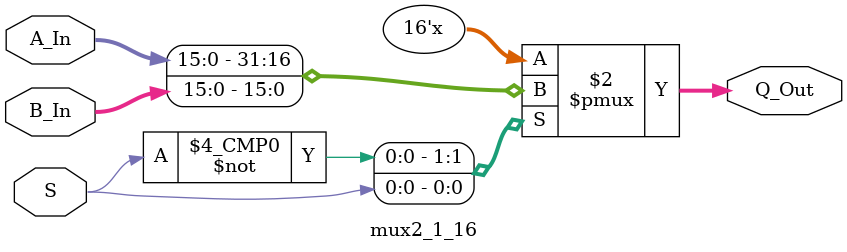
<source format=sv>
module mux2_1_16	(	input				S,
						input					[15:0] A_In,
						input 				[15:0] B_In,
						output logic		[15:0] Q_Out);
						
		// 16 bit parallel multiplexer implemented using case statement
		always_comb
		begin
				unique case(S)
						1'b0	:	Q_Out <= A_In;
						1'b1	:	Q_Out <= B_In;
				endcase
		end
		
		
endmodule
</source>
